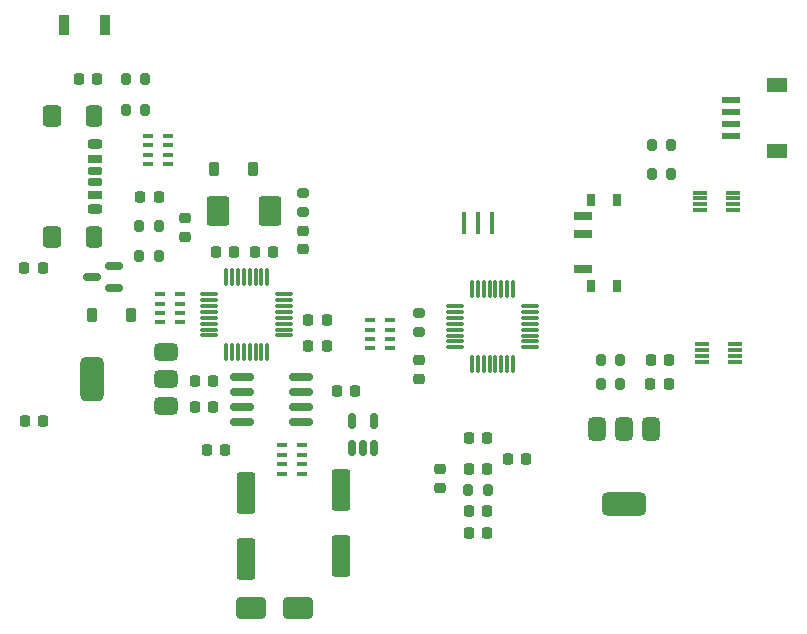
<source format=gbr>
%TF.GenerationSoftware,KiCad,Pcbnew,9.0.6*%
%TF.CreationDate,2026-01-05T12:24:48+01:00*%
%TF.ProjectId,arduino_uno_custom,61726475-696e-46f5-9f75-6e6f5f637573,rev?*%
%TF.SameCoordinates,Original*%
%TF.FileFunction,Paste,Top*%
%TF.FilePolarity,Positive*%
%FSLAX46Y46*%
G04 Gerber Fmt 4.6, Leading zero omitted, Abs format (unit mm)*
G04 Created by KiCad (PCBNEW 9.0.6) date 2026-01-05 12:24:48*
%MOMM*%
%LPD*%
G01*
G04 APERTURE LIST*
G04 Aperture macros list*
%AMRoundRect*
0 Rectangle with rounded corners*
0 $1 Rounding radius*
0 $2 $3 $4 $5 $6 $7 $8 $9 X,Y pos of 4 corners*
0 Add a 4 corners polygon primitive as box body*
4,1,4,$2,$3,$4,$5,$6,$7,$8,$9,$2,$3,0*
0 Add four circle primitives for the rounded corners*
1,1,$1+$1,$2,$3*
1,1,$1+$1,$4,$5*
1,1,$1+$1,$6,$7*
1,1,$1+$1,$8,$9*
0 Add four rect primitives between the rounded corners*
20,1,$1+$1,$2,$3,$4,$5,0*
20,1,$1+$1,$4,$5,$6,$7,0*
20,1,$1+$1,$6,$7,$8,$9,0*
20,1,$1+$1,$8,$9,$2,$3,0*%
G04 Aperture macros list end*
%ADD10R,1.800000X1.200000*%
%ADD11R,1.550000X0.600000*%
%ADD12RoundRect,0.075000X0.075000X-0.662500X0.075000X0.662500X-0.075000X0.662500X-0.075000X-0.662500X0*%
%ADD13RoundRect,0.075000X0.662500X-0.075000X0.662500X0.075000X-0.662500X0.075000X-0.662500X-0.075000X0*%
%ADD14RoundRect,0.200000X0.200000X0.275000X-0.200000X0.275000X-0.200000X-0.275000X0.200000X-0.275000X0*%
%ADD15RoundRect,0.218750X-0.218750X-0.256250X0.218750X-0.256250X0.218750X0.256250X-0.218750X0.256250X0*%
%ADD16RoundRect,0.150000X0.587500X0.150000X-0.587500X0.150000X-0.587500X-0.150000X0.587500X-0.150000X0*%
%ADD17RoundRect,0.175000X-0.425000X0.175000X-0.425000X-0.175000X0.425000X-0.175000X0.425000X0.175000X0*%
%ADD18RoundRect,0.190000X0.410000X-0.190000X0.410000X0.190000X-0.410000X0.190000X-0.410000X-0.190000X0*%
%ADD19RoundRect,0.200000X0.400000X-0.200000X0.400000X0.200000X-0.400000X0.200000X-0.400000X-0.200000X0*%
%ADD20RoundRect,0.175000X0.425000X-0.175000X0.425000X0.175000X-0.425000X0.175000X-0.425000X-0.175000X0*%
%ADD21RoundRect,0.190000X-0.410000X0.190000X-0.410000X-0.190000X0.410000X-0.190000X0.410000X0.190000X0*%
%ADD22RoundRect,0.200000X-0.400000X0.200000X-0.400000X-0.200000X0.400000X-0.200000X0.400000X0.200000X0*%
%ADD23RoundRect,0.250000X-0.425000X0.650000X-0.425000X-0.650000X0.425000X-0.650000X0.425000X0.650000X0*%
%ADD24RoundRect,0.250000X-0.500000X0.650000X-0.500000X-0.650000X0.500000X-0.650000X0.500000X0.650000X0*%
%ADD25RoundRect,0.225000X0.225000X0.250000X-0.225000X0.250000X-0.225000X-0.250000X0.225000X-0.250000X0*%
%ADD26RoundRect,0.225000X0.225000X0.375000X-0.225000X0.375000X-0.225000X-0.375000X0.225000X-0.375000X0*%
%ADD27RoundRect,0.150000X0.150000X-0.512500X0.150000X0.512500X-0.150000X0.512500X-0.150000X-0.512500X0*%
%ADD28RoundRect,0.225000X-0.225000X-0.250000X0.225000X-0.250000X0.225000X0.250000X-0.225000X0.250000X0*%
%ADD29RoundRect,0.200000X-0.275000X0.200000X-0.275000X-0.200000X0.275000X-0.200000X0.275000X0.200000X0*%
%ADD30R,0.900000X0.400000*%
%ADD31RoundRect,0.225000X0.250000X-0.225000X0.250000X0.225000X-0.250000X0.225000X-0.250000X-0.225000X0*%
%ADD32RoundRect,0.250000X0.700000X1.000000X-0.700000X1.000000X-0.700000X-1.000000X0.700000X-1.000000X0*%
%ADD33RoundRect,0.087500X0.537500X0.087500X-0.537500X0.087500X-0.537500X-0.087500X0.537500X-0.087500X0*%
%ADD34RoundRect,0.225000X-0.250000X0.225000X-0.250000X-0.225000X0.250000X-0.225000X0.250000X0.225000X0*%
%ADD35R,0.400000X1.900000*%
%ADD36R,0.900000X1.700000*%
%ADD37RoundRect,0.075000X-0.075000X0.662500X-0.075000X-0.662500X0.075000X-0.662500X0.075000X0.662500X0*%
%ADD38RoundRect,0.075000X-0.662500X0.075000X-0.662500X-0.075000X0.662500X-0.075000X0.662500X0.075000X0*%
%ADD39R,0.800000X1.000000*%
%ADD40R,1.500000X0.700000*%
%ADD41RoundRect,0.250000X1.000000X0.650000X-1.000000X0.650000X-1.000000X-0.650000X1.000000X-0.650000X0*%
%ADD42RoundRect,0.375000X-0.375000X0.625000X-0.375000X-0.625000X0.375000X-0.625000X0.375000X0.625000X0*%
%ADD43RoundRect,0.500000X-1.400000X0.500000X-1.400000X-0.500000X1.400000X-0.500000X1.400000X0.500000X0*%
%ADD44RoundRect,0.250000X-0.550000X1.500000X-0.550000X-1.500000X0.550000X-1.500000X0.550000X1.500000X0*%
%ADD45RoundRect,0.087500X-0.537500X-0.087500X0.537500X-0.087500X0.537500X0.087500X-0.537500X0.087500X0*%
%ADD46RoundRect,0.150000X0.825000X0.150000X-0.825000X0.150000X-0.825000X-0.150000X0.825000X-0.150000X0*%
%ADD47RoundRect,0.200000X-0.200000X-0.275000X0.200000X-0.275000X0.200000X0.275000X-0.200000X0.275000X0*%
%ADD48RoundRect,0.218750X0.218750X0.256250X-0.218750X0.256250X-0.218750X-0.256250X0.218750X-0.256250X0*%
%ADD49RoundRect,0.375000X0.625000X0.375000X-0.625000X0.375000X-0.625000X-0.375000X0.625000X-0.375000X0*%
%ADD50RoundRect,0.500000X0.500000X1.400000X-0.500000X1.400000X-0.500000X-1.400000X0.500000X-1.400000X0*%
G04 APERTURE END LIST*
D10*
%TO.C,J3*%
X181925000Y-77700000D03*
X181925000Y-83300000D03*
D11*
X178050000Y-79000000D03*
X178050000Y-80000000D03*
X178050000Y-81000000D03*
X178050000Y-82000000D03*
%TD*%
D12*
%TO.C,U2*%
X135287500Y-100312500D03*
X135787500Y-100312500D03*
X136287500Y-100312500D03*
X136787500Y-100312500D03*
X137287500Y-100312500D03*
X137787500Y-100312500D03*
X138287500Y-100312500D03*
X138787500Y-100312500D03*
D13*
X140200000Y-98900000D03*
X140200000Y-98400000D03*
X140200000Y-97900000D03*
X140200000Y-97400000D03*
X140200000Y-96900000D03*
X140200000Y-96400000D03*
X140200000Y-95900000D03*
X140200000Y-95400000D03*
D12*
X138787500Y-93987500D03*
X138287500Y-93987500D03*
X137787500Y-93987500D03*
X137287500Y-93987500D03*
X136787500Y-93987500D03*
X136287500Y-93987500D03*
X135787500Y-93987500D03*
X135287500Y-93987500D03*
D13*
X133875000Y-95400000D03*
X133875000Y-95900000D03*
X133875000Y-96400000D03*
X133875000Y-96900000D03*
X133875000Y-97400000D03*
X133875000Y-97900000D03*
X133875000Y-98400000D03*
X133875000Y-98900000D03*
%TD*%
D14*
%TO.C,R8*%
X168650000Y-101000000D03*
X167000000Y-101000000D03*
%TD*%
D15*
%TO.C,D3*%
X118212500Y-93200000D03*
X119787500Y-93200000D03*
%TD*%
D16*
%TO.C,Q1*%
X125800000Y-94900000D03*
X125800000Y-93000000D03*
X123925000Y-93950000D03*
%TD*%
D15*
%TO.C,F1*%
X128025000Y-87200000D03*
X129600000Y-87200000D03*
%TD*%
D17*
%TO.C,J8*%
X124200000Y-84950000D03*
D18*
X124200000Y-86970000D03*
D19*
X124200000Y-88200000D03*
D20*
X124200000Y-85950000D03*
D21*
X124200000Y-83930000D03*
D22*
X124200000Y-82700000D03*
D23*
X124145000Y-80325000D03*
D24*
X120565000Y-80325000D03*
D23*
X124145000Y-90575000D03*
D24*
X120565000Y-90575000D03*
%TD*%
D25*
%TO.C,C9*%
X134200000Y-105000000D03*
X132650000Y-105000000D03*
%TD*%
D26*
%TO.C,D1*%
X137600000Y-84800000D03*
X134300000Y-84800000D03*
%TD*%
D27*
%TO.C,U3*%
X145928000Y-108458000D03*
X146878000Y-108458000D03*
X147828000Y-108458000D03*
X147828000Y-106183000D03*
X145928000Y-106183000D03*
%TD*%
D28*
%TO.C,C15*%
X155850000Y-115600000D03*
X157400000Y-115600000D03*
%TD*%
D25*
%TO.C,C10*%
X134175000Y-102800000D03*
X132625000Y-102800000D03*
%TD*%
D29*
%TO.C,R3*%
X141800000Y-86800000D03*
X141800000Y-88450000D03*
%TD*%
D30*
%TO.C,RN2*%
X131400000Y-97800000D03*
X131400000Y-97000000D03*
X131400000Y-96200000D03*
X131400000Y-95400000D03*
X129700000Y-95400000D03*
X129700000Y-96200000D03*
X129700000Y-97000000D03*
X129700000Y-97800000D03*
%TD*%
D29*
%TO.C,R1*%
X151600000Y-97000000D03*
X151600000Y-98650000D03*
%TD*%
D31*
%TO.C,C6*%
X131800000Y-90550000D03*
X131800000Y-89000000D03*
%TD*%
D28*
%TO.C,C18*%
X133650000Y-108600000D03*
X135200000Y-108600000D03*
%TD*%
%TO.C,C12*%
X144650000Y-103600000D03*
X146200000Y-103600000D03*
%TD*%
D14*
%TO.C,R2*%
X157450000Y-112000000D03*
X155800000Y-112000000D03*
%TD*%
D28*
%TO.C,C3*%
X155850000Y-110200000D03*
X157400000Y-110200000D03*
%TD*%
D32*
%TO.C,Y2*%
X139000000Y-88400000D03*
X134600000Y-88400000D03*
%TD*%
D28*
%TO.C,C14*%
X155850000Y-113800000D03*
X157400000Y-113800000D03*
%TD*%
D15*
%TO.C,RX*%
X142225000Y-99800000D03*
X143800000Y-99800000D03*
%TD*%
D28*
%TO.C,C5*%
X155850000Y-107600000D03*
X157400000Y-107600000D03*
%TD*%
D33*
%TO.C,U8*%
X178200000Y-88300000D03*
X178200000Y-87800000D03*
X178200000Y-87300000D03*
X178200000Y-86800000D03*
X175400000Y-86800000D03*
X175400000Y-87300000D03*
X175400000Y-87800000D03*
X175400000Y-88300000D03*
%TD*%
D34*
%TO.C,C4*%
X151600000Y-101000000D03*
X151600000Y-102550000D03*
%TD*%
D35*
%TO.C,Y3*%
X155400000Y-89400000D03*
X156600000Y-89400000D03*
X157800000Y-89400000D03*
%TD*%
D14*
%TO.C,R5*%
X129600000Y-92200000D03*
X127950000Y-92200000D03*
%TD*%
D25*
%TO.C,C21*%
X172775000Y-101000000D03*
X171225000Y-101000000D03*
%TD*%
D36*
%TO.C,SW1*%
X125000000Y-72600000D03*
X121600000Y-72600000D03*
%TD*%
D37*
%TO.C,U1*%
X159600000Y-95000000D03*
X159100000Y-95000000D03*
X158600000Y-95000000D03*
X158100000Y-95000000D03*
X157600000Y-95000000D03*
X157100000Y-95000000D03*
X156600000Y-95000000D03*
X156100000Y-95000000D03*
D38*
X154687500Y-96412500D03*
X154687500Y-96912500D03*
X154687500Y-97412500D03*
X154687500Y-97912500D03*
X154687500Y-98412500D03*
X154687500Y-98912500D03*
X154687500Y-99412500D03*
X154687500Y-99912500D03*
D37*
X156100000Y-101325000D03*
X156600000Y-101325000D03*
X157100000Y-101325000D03*
X157600000Y-101325000D03*
X158100000Y-101325000D03*
X158600000Y-101325000D03*
X159100000Y-101325000D03*
X159600000Y-101325000D03*
D38*
X161012500Y-99912500D03*
X161012500Y-99412500D03*
X161012500Y-98912500D03*
X161012500Y-98412500D03*
X161012500Y-97912500D03*
X161012500Y-97412500D03*
X161012500Y-96912500D03*
X161012500Y-96412500D03*
%TD*%
D39*
%TO.C,SW2*%
X166190000Y-94700000D03*
X168400000Y-94700000D03*
X166190000Y-87400000D03*
X168400000Y-87400000D03*
D40*
X165540000Y-93300000D03*
X165540000Y-90300000D03*
X165540000Y-88800000D03*
%TD*%
D15*
%TO.C,TX*%
X142225000Y-97600000D03*
X143800000Y-97600000D03*
%TD*%
D41*
%TO.C,D4*%
X141400000Y-122000000D03*
X137400000Y-122000000D03*
%TD*%
D42*
%TO.C,U6*%
X171300000Y-106850000D03*
X169000000Y-106850000D03*
D43*
X169000000Y-113150000D03*
D42*
X166700000Y-106850000D03*
%TD*%
D15*
%TO.C,ON*%
X118225000Y-106172000D03*
X119800000Y-106172000D03*
%TD*%
D44*
%TO.C,C17*%
X137000000Y-112200000D03*
X137000000Y-117800000D03*
%TD*%
D25*
%TO.C,C19*%
X172750000Y-103000000D03*
X171200000Y-103000000D03*
%TD*%
D15*
%TO.C,FB1*%
X122825000Y-77200000D03*
X124400000Y-77200000D03*
%TD*%
D14*
%TO.C,R4*%
X129600000Y-89600000D03*
X127950000Y-89600000D03*
%TD*%
D45*
%TO.C,U7*%
X175600000Y-99650000D03*
X175600000Y-100150000D03*
X175600000Y-100650000D03*
X175600000Y-101150000D03*
X178400000Y-101150000D03*
X178400000Y-100650000D03*
X178400000Y-100150000D03*
X178400000Y-99650000D03*
%TD*%
D46*
%TO.C,U4*%
X141600000Y-106210000D03*
X141600000Y-104940000D03*
X141600000Y-103670000D03*
X141600000Y-102400000D03*
X136650000Y-102400000D03*
X136650000Y-103670000D03*
X136650000Y-104940000D03*
X136650000Y-106210000D03*
%TD*%
D31*
%TO.C,C11*%
X141800000Y-91600000D03*
X141800000Y-90050000D03*
%TD*%
D30*
%TO.C,RN4*%
X149200000Y-100000000D03*
X149200000Y-99200000D03*
X149200000Y-98400000D03*
X149200000Y-97600000D03*
X147500000Y-97600000D03*
X147500000Y-98400000D03*
X147500000Y-99200000D03*
X147500000Y-100000000D03*
%TD*%
D14*
%TO.C,R7*%
X128425000Y-79800000D03*
X126775000Y-79800000D03*
%TD*%
D30*
%TO.C,RN3*%
X130400000Y-84400000D03*
X130400000Y-83600000D03*
X130400000Y-82800000D03*
X130400000Y-82000000D03*
X128700000Y-82000000D03*
X128700000Y-82800000D03*
X128700000Y-83600000D03*
X128700000Y-84400000D03*
%TD*%
D47*
%TO.C,R11*%
X171350000Y-85200000D03*
X173000000Y-85200000D03*
%TD*%
D30*
%TO.C,RN1*%
X141700000Y-110600000D03*
X141700000Y-109800000D03*
X141700000Y-109000000D03*
X141700000Y-108200000D03*
X140000000Y-108200000D03*
X140000000Y-109000000D03*
X140000000Y-109800000D03*
X140000000Y-110600000D03*
%TD*%
D44*
%TO.C,C16*%
X145000000Y-112000000D03*
X145000000Y-117600000D03*
%TD*%
D14*
%TO.C,R6*%
X128425000Y-77200000D03*
X126775000Y-77200000D03*
%TD*%
%TO.C,R10*%
X173000000Y-82800000D03*
X171350000Y-82800000D03*
%TD*%
D34*
%TO.C,C13*%
X153400000Y-110250000D03*
X153400000Y-111800000D03*
%TD*%
D25*
%TO.C,C8*%
X139250000Y-91800000D03*
X137700000Y-91800000D03*
%TD*%
D48*
%TO.C,FB2*%
X160725000Y-109400000D03*
X159150000Y-109400000D03*
%TD*%
D49*
%TO.C,U5*%
X130200000Y-104900000D03*
X130200000Y-102600000D03*
D50*
X123900000Y-102600000D03*
D49*
X130200000Y-100300000D03*
%TD*%
D26*
%TO.C,D2*%
X127200000Y-97200000D03*
X123900000Y-97200000D03*
%TD*%
D47*
%TO.C,R9*%
X167000000Y-103000000D03*
X168650000Y-103000000D03*
%TD*%
D25*
%TO.C,C7*%
X136000000Y-91800000D03*
X134450000Y-91800000D03*
%TD*%
M02*

</source>
